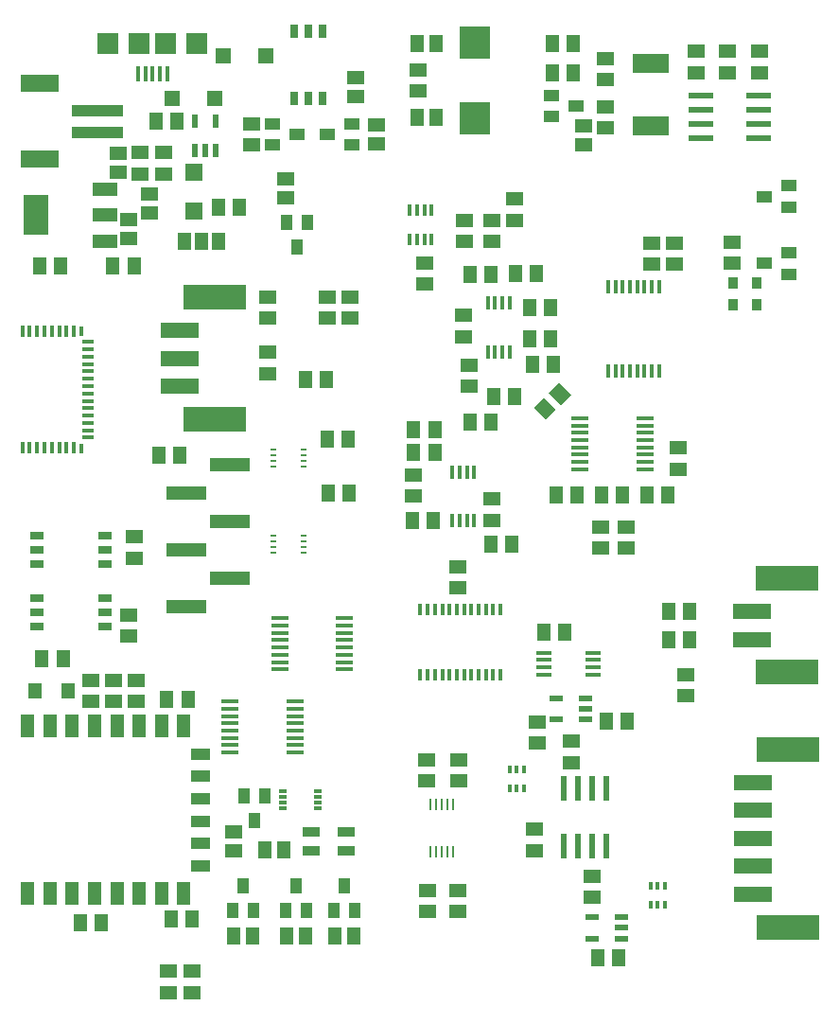
<source format=gbr>
G04 EAGLE Gerber RS-274X export*
G75*
%MOMM*%
%FSLAX34Y34*%
%LPD*%
%INSolderpaste Top*%
%IPPOS*%
%AMOC8*
5,1,8,0,0,1.08239X$1,22.5*%
G01*
%ADD10R,1.300000X1.500000*%
%ADD11R,1.600000X0.350000*%
%ADD12R,1.500000X1.300000*%
%ADD13R,1.200000X1.400000*%
%ADD14R,1.270000X0.635000*%
%ADD15R,3.606800X1.270000*%
%ADD16R,0.450000X1.200000*%
%ADD17R,0.600000X2.200000*%
%ADD18R,1.200000X0.600000*%
%ADD19R,0.450000X1.100000*%
%ADD20R,2.200000X0.600000*%
%ADD21R,0.250000X1.000000*%
%ADD22R,0.350000X0.800000*%
%ADD23R,0.600000X0.250000*%
%ADD24R,0.400000X1.200000*%
%ADD25R,1.400000X1.000000*%
%ADD26R,1.900000X1.900000*%
%ADD27R,0.400000X1.350000*%
%ADD28R,0.550000X1.200000*%
%ADD29R,1.500000X1.500000*%
%ADD30R,1.400000X1.400000*%
%ADD31R,0.635000X1.270000*%
%ADD32R,1.000000X1.400000*%
%ADD33R,3.200000X1.800000*%
%ADD34R,2.700000X2.950000*%
%ADD35R,3.400000X1.400000*%
%ADD36R,5.600000X2.300000*%
%ADD37R,0.800000X0.300000*%
%ADD38R,1.500000X0.900000*%
%ADD39R,2.235000X1.219000*%
%ADD40R,2.200000X3.600000*%
%ADD41R,0.304800X0.990600*%
%ADD42R,1.168400X1.600200*%
%ADD43R,4.600000X1.000000*%
%ADD44R,3.400000X1.600000*%
%ADD45R,0.900000X1.000000*%
%ADD46R,1.450000X0.450000*%
%ADD47R,0.410000X0.990000*%
%ADD48R,0.410000X0.940000*%
%ADD49R,0.990000X0.410000*%
%ADD50R,1.200000X2.000000*%
%ADD51R,1.700000X1.100000*%


D10*
X146660Y496570D03*
X127660Y496570D03*
X20980Y666115D03*
X39980Y666115D03*
D11*
X504222Y529480D03*
X504222Y522980D03*
X504222Y516480D03*
X504222Y509980D03*
X504222Y503480D03*
X504222Y496980D03*
X504222Y490480D03*
X504222Y483980D03*
X562578Y483980D03*
X562578Y490480D03*
X562578Y496980D03*
X562578Y503480D03*
X562578Y509980D03*
X562578Y516480D03*
X562578Y522980D03*
X562578Y529480D03*
D12*
X546100Y432410D03*
X546100Y413410D03*
X523240Y432410D03*
X523240Y413410D03*
D10*
X542900Y461010D03*
X523900Y461010D03*
X564540Y461010D03*
X583540Y461010D03*
X502260Y461010D03*
X483260Y461010D03*
X297155Y510540D03*
X278155Y510540D03*
D11*
X249523Y230615D03*
X249523Y237115D03*
X249523Y243615D03*
X249523Y250115D03*
X249523Y256615D03*
X249523Y263115D03*
X249523Y269615D03*
X249523Y276115D03*
X191167Y276115D03*
X191167Y269615D03*
X191167Y263115D03*
X191167Y256615D03*
X191167Y250115D03*
X191167Y243615D03*
X191167Y237115D03*
X191167Y230615D03*
D10*
X157455Y81280D03*
X138455Y81280D03*
X134645Y278130D03*
X153645Y278130D03*
X57175Y78105D03*
X76175Y78105D03*
D12*
X107315Y276250D03*
X107315Y295250D03*
D11*
X293973Y304910D03*
X293973Y311410D03*
X293973Y317910D03*
X293973Y324410D03*
X293973Y330910D03*
X293973Y337410D03*
X293973Y343910D03*
X293973Y350410D03*
X235617Y350410D03*
X235617Y343910D03*
X235617Y337410D03*
X235617Y330910D03*
X235617Y324410D03*
X235617Y317910D03*
X235617Y311410D03*
X235617Y304910D03*
D12*
X592455Y502895D03*
X592455Y483895D03*
D13*
X46750Y285750D03*
X16750Y285750D03*
D10*
X41885Y314325D03*
X22885Y314325D03*
D14*
X79145Y342900D03*
X79145Y355600D03*
X79145Y368300D03*
X18645Y368300D03*
X18645Y355600D03*
X18645Y342900D03*
D12*
X105410Y404520D03*
X105410Y423520D03*
D14*
X79145Y399415D03*
X79145Y412115D03*
X79145Y424815D03*
X18645Y424815D03*
X18645Y412115D03*
X18645Y399415D03*
D10*
X86385Y666115D03*
X105385Y666115D03*
D12*
X111125Y748055D03*
X111125Y767055D03*
X224790Y638150D03*
X224790Y619150D03*
X224790Y588620D03*
X224790Y569620D03*
D15*
X190881Y487680D03*
X152019Y462280D03*
X190881Y436880D03*
X152019Y411480D03*
X190881Y386080D03*
X152019Y360680D03*
D16*
X441550Y632620D03*
X435050Y632620D03*
X428550Y632620D03*
X422050Y632620D03*
X422050Y589120D03*
X428550Y589120D03*
X435050Y589120D03*
X441550Y589120D03*
D17*
X515620Y198720D03*
X515620Y146720D03*
X528320Y198720D03*
X502920Y198720D03*
X490220Y198720D03*
X528320Y146720D03*
X502920Y146720D03*
X490220Y146720D03*
D18*
X515260Y64160D03*
X515260Y83160D03*
X541380Y64160D03*
X541380Y73660D03*
X541380Y83160D03*
D19*
X352200Y689310D03*
X358700Y689310D03*
X365200Y689310D03*
X371700Y689310D03*
X371700Y715310D03*
X365200Y715310D03*
X358700Y715310D03*
X352200Y715310D03*
D20*
X612810Y805180D03*
X664810Y805180D03*
X612810Y817880D03*
X612810Y792480D03*
X612810Y779780D03*
X664810Y817880D03*
X664810Y792480D03*
X664810Y779780D03*
D10*
X424790Y525780D03*
X405790Y525780D03*
X443840Y416560D03*
X424840Y416560D03*
D12*
X394970Y377850D03*
X394970Y396850D03*
D21*
X371000Y141429D03*
X376000Y141429D03*
X381000Y141429D03*
X386000Y141429D03*
X391000Y141429D03*
X391000Y183691D03*
X386000Y183691D03*
X381000Y183691D03*
X376000Y183691D03*
X371000Y183691D03*
D22*
X454610Y215510D03*
X448110Y215510D03*
X441610Y215510D03*
X441610Y198510D03*
X448110Y198510D03*
X454610Y198510D03*
D23*
X230340Y424060D03*
X230340Y419060D03*
X230340Y414060D03*
X230340Y409060D03*
X257340Y409060D03*
X257340Y414060D03*
X257340Y419060D03*
X257340Y424060D03*
X230340Y501530D03*
X230340Y496530D03*
X230340Y491530D03*
X230340Y486530D03*
X257340Y486530D03*
X257340Y491530D03*
X257340Y496530D03*
X257340Y501530D03*
D24*
X529700Y572095D03*
X536200Y572095D03*
X542700Y572095D03*
X549200Y572095D03*
X555700Y572095D03*
X562200Y572095D03*
X568700Y572095D03*
X575200Y572095D03*
X575200Y647105D03*
X568700Y647105D03*
X562200Y647105D03*
X555700Y647105D03*
X549200Y647105D03*
X542700Y647105D03*
X536200Y647105D03*
X529700Y647105D03*
D25*
X501220Y808990D03*
X479220Y799490D03*
X479220Y818490D03*
D26*
X161920Y864870D03*
X133920Y864870D03*
X109920Y864870D03*
X81920Y864870D03*
D27*
X134920Y837870D03*
X128420Y837870D03*
X121920Y837870D03*
X115420Y837870D03*
X108920Y837870D03*
D12*
X210820Y793090D03*
X210820Y774090D03*
X132080Y767055D03*
X132080Y748055D03*
D28*
X159410Y769319D03*
X168910Y769319D03*
X178410Y769319D03*
X178410Y795321D03*
X159410Y795321D03*
D10*
X144120Y795020D03*
X125120Y795020D03*
D29*
X159385Y749655D03*
X159385Y714655D03*
D10*
X200000Y718185D03*
X181000Y718185D03*
D30*
X139750Y815340D03*
X177750Y815340D03*
D12*
X241300Y743830D03*
X241300Y726830D03*
D25*
X251030Y783590D03*
X229030Y774090D03*
X229030Y793090D03*
D31*
X248920Y815570D03*
X261620Y815570D03*
X274320Y815570D03*
X274320Y876070D03*
X261620Y876070D03*
X248920Y876070D03*
D12*
X303530Y817000D03*
X303530Y834000D03*
X322580Y792090D03*
X322580Y775090D03*
D25*
X278560Y783590D03*
X300560Y793090D03*
X300560Y774090D03*
D30*
X185470Y853440D03*
X223470Y853440D03*
D32*
X251460Y682420D03*
X241960Y704420D03*
X260960Y704420D03*
D10*
X479450Y838200D03*
X498450Y838200D03*
X479450Y864870D03*
X498450Y864870D03*
D12*
X527050Y789330D03*
X527050Y808330D03*
X527050Y851510D03*
X527050Y832510D03*
D33*
X567690Y847150D03*
X567690Y791150D03*
D34*
X410210Y865600D03*
X410210Y798100D03*
D10*
X375530Y864870D03*
X358530Y864870D03*
X375530Y798830D03*
X358530Y798830D03*
D12*
X359410Y841350D03*
X359410Y822350D03*
X665480Y838860D03*
X665480Y857860D03*
X636270Y838860D03*
X636270Y857860D03*
X608330Y838860D03*
X608330Y857860D03*
X298450Y638150D03*
X298450Y619150D03*
X278130Y638150D03*
X278130Y619150D03*
X365760Y668630D03*
X365760Y649630D03*
D10*
X461670Y577850D03*
X480670Y577850D03*
D12*
X445770Y706780D03*
X445770Y725780D03*
X401320Y687730D03*
X401320Y706730D03*
D10*
X424790Y657860D03*
X405790Y657860D03*
D12*
X425450Y706730D03*
X425450Y687730D03*
D10*
X478130Y628650D03*
X459130Y628650D03*
D12*
X405130Y577190D03*
X405130Y558190D03*
X400050Y602640D03*
X400050Y621640D03*
D10*
X478130Y600710D03*
X459130Y600710D03*
X446430Y659130D03*
X465430Y659130D03*
X446380Y548640D03*
X427380Y548640D03*
D12*
X100965Y690000D03*
X100965Y707000D03*
X589280Y667410D03*
X589280Y686410D03*
X568960Y667410D03*
X568960Y686410D03*
D10*
X490830Y337820D03*
X471830Y337820D03*
X527964Y258572D03*
X546964Y258572D03*
X520090Y46990D03*
X539090Y46990D03*
D12*
X496570Y221640D03*
X496570Y240640D03*
D22*
X567740Y94370D03*
X574240Y94370D03*
X580740Y94370D03*
X580740Y111370D03*
X574240Y111370D03*
X567740Y111370D03*
D12*
X368300Y88290D03*
X368300Y107290D03*
X394970Y88290D03*
X394970Y107290D03*
X367030Y205130D03*
X367030Y224130D03*
X396240Y205130D03*
X396240Y224130D03*
X463550Y142900D03*
X463550Y161900D03*
X515620Y119990D03*
X515620Y100990D03*
D10*
X297790Y462280D03*
X278790Y462280D03*
D35*
X658110Y331670D03*
X658110Y356670D03*
D36*
X689610Y302170D03*
X689610Y386170D03*
D10*
X583590Y331470D03*
X602590Y331470D03*
X583590Y356870D03*
X602590Y356870D03*
D12*
X599440Y300330D03*
X599440Y281330D03*
D37*
X238500Y195460D03*
X238500Y190460D03*
X238500Y185460D03*
X238500Y180460D03*
X269500Y180460D03*
X269500Y185460D03*
X269500Y190460D03*
X269500Y195460D03*
D32*
X293370Y111330D03*
X302870Y89330D03*
X283870Y89330D03*
X203200Y111330D03*
X212700Y89330D03*
X193700Y89330D03*
X250190Y111330D03*
X259690Y89330D03*
X240690Y89330D03*
X213360Y169340D03*
X203860Y191340D03*
X222860Y191340D03*
D10*
X301870Y66040D03*
X284870Y66040D03*
X211700Y66040D03*
X194700Y66040D03*
D12*
X194310Y142630D03*
X194310Y159630D03*
D10*
X239640Y143510D03*
X222640Y143510D03*
D38*
X263900Y142630D03*
X263900Y159630D03*
X294900Y159630D03*
X294900Y142630D03*
D10*
X258690Y66040D03*
X241690Y66040D03*
X277470Y563880D03*
X258470Y563880D03*
D12*
X157480Y15900D03*
X157480Y34900D03*
X100330Y353670D03*
X100330Y334670D03*
X135890Y34900D03*
X135890Y15900D03*
D39*
X79250Y688090D03*
X79250Y711200D03*
X79250Y734310D03*
D40*
X17270Y711200D03*
D41*
X361760Y299752D03*
X368260Y299752D03*
X374760Y299752D03*
X381260Y299752D03*
X387760Y299752D03*
X394260Y299752D03*
X400760Y299752D03*
X407260Y299752D03*
X413760Y299752D03*
X420260Y299752D03*
X426760Y299752D03*
X433260Y299752D03*
X433260Y358108D03*
X426760Y358108D03*
X420260Y358108D03*
X413760Y358108D03*
X407260Y358108D03*
X400760Y358108D03*
X394260Y358108D03*
X387760Y358108D03*
X381260Y358108D03*
X374760Y358108D03*
X368260Y358108D03*
X361760Y358108D03*
D12*
X66675Y295250D03*
X66675Y276250D03*
X86995Y295250D03*
X86995Y276250D03*
D10*
G36*
X483241Y537405D02*
X474049Y528213D01*
X463443Y538819D01*
X472635Y548011D01*
X483241Y537405D01*
G37*
G36*
X496677Y550841D02*
X487485Y541649D01*
X476879Y552255D01*
X486071Y561447D01*
X496677Y550841D01*
G37*
D42*
X180975Y687705D03*
X165735Y687705D03*
X150495Y687705D03*
D12*
X119380Y712860D03*
X119380Y729860D03*
D43*
X72560Y785020D03*
X72560Y805020D03*
D44*
X20560Y761020D03*
X20560Y829020D03*
D45*
X641645Y631215D03*
X662645Y631215D03*
X662645Y650215D03*
X641645Y650215D03*
D12*
X640715Y668045D03*
X640715Y687045D03*
X91440Y766690D03*
X91440Y749690D03*
D25*
X669720Y727964D03*
X691720Y737464D03*
X691720Y718464D03*
D16*
X409800Y481490D03*
X403300Y481490D03*
X396800Y481490D03*
X390300Y481490D03*
X390300Y437990D03*
X396800Y437990D03*
X403300Y437990D03*
X409800Y437990D03*
D12*
X425450Y438048D03*
X425450Y457048D03*
D18*
X483002Y259994D03*
X483002Y278994D03*
X509122Y259994D03*
X509122Y269494D03*
X509122Y278994D03*
D46*
X472538Y319630D03*
X472538Y313130D03*
X472538Y306630D03*
X472538Y300130D03*
X516538Y300130D03*
X516538Y306630D03*
X516538Y313130D03*
X516538Y319630D03*
D12*
X466598Y257658D03*
X466598Y238658D03*
D10*
X354482Y438150D03*
X373482Y438150D03*
X355752Y498602D03*
X374752Y498602D03*
X374498Y519176D03*
X355498Y519176D03*
D12*
X355346Y478638D03*
X355346Y459638D03*
D25*
X669720Y668020D03*
X691720Y677520D03*
X691720Y658520D03*
D35*
X659380Y103670D03*
X659380Y128670D03*
X659380Y153670D03*
D36*
X690880Y74170D03*
X690880Y233170D03*
D35*
X659380Y178670D03*
X659380Y203670D03*
D12*
X508000Y773820D03*
X508000Y790820D03*
D47*
X5365Y607040D03*
X11965Y607040D03*
X18565Y607040D03*
X25165Y607040D03*
X31765Y607040D03*
X38365Y607040D03*
X44965Y607040D03*
X51565Y607040D03*
D48*
X58165Y607290D03*
X58165Y502690D03*
D47*
X51565Y502940D03*
X44965Y502940D03*
X38365Y502940D03*
X31765Y502940D03*
X25165Y502940D03*
X18565Y502940D03*
X11965Y502940D03*
X5365Y502940D03*
D49*
X64115Y597890D03*
X64115Y591290D03*
X64115Y584690D03*
X64115Y578090D03*
X64115Y571490D03*
X64115Y564890D03*
X64115Y558290D03*
X64115Y551690D03*
X64115Y545090D03*
X64115Y538490D03*
X64115Y531890D03*
X64115Y525290D03*
X64115Y518690D03*
X64115Y512090D03*
D50*
X10010Y104070D03*
X30010Y104070D03*
X50010Y104070D03*
X70010Y104070D03*
X90010Y104070D03*
X110010Y104070D03*
X130010Y104070D03*
X150010Y104070D03*
X150010Y254070D03*
X130010Y254070D03*
X110010Y254070D03*
X90010Y254070D03*
X70010Y254070D03*
X50010Y254070D03*
X30010Y254070D03*
X10010Y254070D03*
D51*
X165010Y129070D03*
X165010Y149070D03*
X165010Y169070D03*
X165010Y189070D03*
X165010Y209070D03*
X165010Y229070D03*
D35*
X146300Y607930D03*
X146300Y582930D03*
X146300Y557930D03*
D36*
X177800Y637430D03*
X177800Y528430D03*
M02*

</source>
